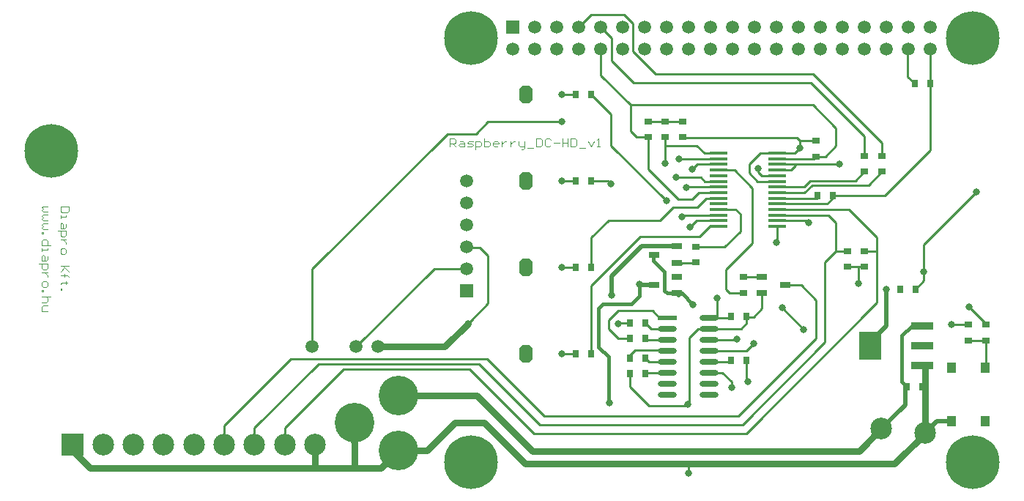
<source format=gtl>
%FSTAX24Y24*%
%MOIN*%
G70*
G01*
G75*
G04 Layer_Physical_Order=1*
G04 Layer_Color=255*
%ADD10R,0.1004X0.0374*%
%ADD11R,0.1004X0.1299*%
%ADD12R,0.0433X0.0453*%
%ADD13R,0.0472X0.0256*%
%ADD14R,0.0374X0.0315*%
%ADD15R,0.0315X0.0374*%
%ADD16R,0.0807X0.0157*%
%ADD17O,0.0866X0.0236*%
%ADD18R,0.0866X0.0236*%
%ADD19C,0.0200*%
%ADD20C,0.0150*%
%ADD21C,0.0100*%
%ADD22C,0.0300*%
%ADD23C,0.0039*%
%ADD24C,0.0591*%
%ADD25C,0.0984*%
%ADD26R,0.0984X0.0984*%
%ADD27C,0.1800*%
%ADD28R,0.0591X0.0591*%
%ADD29R,0.0591X0.0591*%
G04:AMPARAMS|DCode=30|XSize=78.7mil|YSize=60mil|CornerRadius=0mil|HoleSize=0mil|Usage=FLASHONLY|Rotation=270.000|XOffset=0mil|YOffset=0mil|HoleType=Round|Shape=Octagon|*
%AMOCTAGOND30*
4,1,8,-0.0150,-0.0394,0.0150,-0.0394,0.0300,-0.0244,0.0300,0.0244,0.0150,0.0394,-0.0150,0.0394,-0.0300,0.0244,-0.0300,-0.0244,-0.0150,-0.0394,0.0*
%
%ADD30OCTAGOND30*%

%ADD31C,0.0320*%
%ADD32C,0.2441*%
D10*
X096409Y072184D02*
D03*
Y07309D02*
D03*
Y073996D02*
D03*
D11*
X094067Y07309D02*
D03*
D12*
X099283Y072077D02*
D03*
Y069656D02*
D03*
X097748Y072077D02*
D03*
Y069656D02*
D03*
D13*
X09018Y075849D02*
D03*
X089135Y076223D02*
D03*
Y075475D02*
D03*
X084214Y077227D02*
D03*
X085259Y076853D02*
D03*
Y077601D02*
D03*
X084214Y075849D02*
D03*
X085259Y075475D02*
D03*
Y076223D02*
D03*
D14*
X094579Y081006D02*
D03*
Y081715D02*
D03*
X093791Y081006D02*
D03*
Y081715D02*
D03*
X085524Y08329D02*
D03*
Y082581D02*
D03*
X084736Y08329D02*
D03*
Y082581D02*
D03*
X083949Y08329D02*
D03*
Y082581D02*
D03*
X0916Y082402D02*
D03*
Y081693D02*
D03*
X099303Y074038D02*
D03*
Y073329D02*
D03*
X098516Y074038D02*
D03*
Y073329D02*
D03*
X086114Y076872D02*
D03*
Y077581D02*
D03*
X093791Y077384D02*
D03*
Y076676D02*
D03*
X093004Y077384D02*
D03*
Y076676D02*
D03*
X08828Y076203D02*
D03*
Y075494D02*
D03*
D15*
X083124Y074111D02*
D03*
X083832D02*
D03*
X083124Y071811D02*
D03*
X083832D02*
D03*
X08135Y072699D02*
D03*
X080642D02*
D03*
X08135Y076636D02*
D03*
X080642D02*
D03*
X08135Y080573D02*
D03*
X080642D02*
D03*
X08135Y08451D02*
D03*
X080642D02*
D03*
X092354Y079927D02*
D03*
X091646D02*
D03*
X095406Y075652D02*
D03*
X096114D02*
D03*
X095724Y07121D02*
D03*
X096432D02*
D03*
X088432Y074411D02*
D03*
X087724D02*
D03*
X083124Y073411D02*
D03*
X083832D02*
D03*
Y072511D02*
D03*
X083124D02*
D03*
X088432Y072411D02*
D03*
X087724D02*
D03*
X096074Y085D02*
D03*
X096782D02*
D03*
D16*
X089815Y078516D02*
D03*
Y078772D02*
D03*
Y079028D02*
D03*
Y079284D02*
D03*
Y07954D02*
D03*
Y079796D02*
D03*
Y080052D02*
D03*
Y080307D02*
D03*
Y080563D02*
D03*
Y080819D02*
D03*
Y081075D02*
D03*
Y081331D02*
D03*
Y081587D02*
D03*
Y081843D02*
D03*
X087138Y078516D02*
D03*
Y078772D02*
D03*
Y079028D02*
D03*
Y079284D02*
D03*
Y07954D02*
D03*
Y079796D02*
D03*
Y080052D02*
D03*
Y080307D02*
D03*
Y080563D02*
D03*
Y080819D02*
D03*
Y081075D02*
D03*
Y081331D02*
D03*
Y081587D02*
D03*
Y081843D02*
D03*
D17*
X084833Y070861D02*
D03*
X086723Y074361D02*
D03*
Y070861D02*
D03*
Y071361D02*
D03*
Y071861D02*
D03*
Y072361D02*
D03*
Y072861D02*
D03*
Y073361D02*
D03*
Y073861D02*
D03*
X084833Y071361D02*
D03*
Y071861D02*
D03*
Y072361D02*
D03*
Y072861D02*
D03*
Y073361D02*
D03*
Y073861D02*
D03*
D18*
Y074361D02*
D03*
D19*
X0948Y073992D02*
Y075652D01*
X094067Y073259D02*
X0948Y073992D01*
X095658Y070389D02*
Y071276D01*
X094569Y069301D02*
X095658Y070389D01*
X096547Y069113D02*
X097089Y069656D01*
X096538Y069104D02*
X096547Y069113D01*
X097089Y069656D02*
X097748D01*
X08356Y075897D02*
X083608Y075849D01*
X084214D01*
X083654Y077601D02*
X085259D01*
X0823Y076247D02*
X083654Y077601D01*
X0823Y075427D02*
Y076247D01*
D20*
X095483Y07145D02*
X095658Y071276D01*
X095483Y07145D02*
Y073536D01*
X095943Y073996D01*
X096409D01*
X08214Y07051D02*
Y072577D01*
X0817Y073017D02*
X08214Y072577D01*
X084822Y075475D02*
X085259D01*
X0847Y075597D02*
X084822Y075475D01*
X0842Y076947D02*
Y077213D01*
X084214Y077227D01*
X085259Y075475D02*
X085336Y075397D01*
X0847Y075597D02*
Y076447D01*
X0842Y076947D02*
X0847Y076447D01*
X08356Y075357D02*
Y075897D01*
X0832Y074997D02*
X08356Y075357D01*
X0819Y074997D02*
X0832D01*
X0817Y074797D02*
X0819Y074997D01*
X0817Y073017D02*
Y074797D01*
X085259Y075475D02*
X085472D01*
X086Y074947D01*
D21*
X094067Y07309D02*
Y073259D01*
X087098Y074361D02*
Y075258D01*
X0965Y076038D02*
Y076447D01*
X096114Y075652D02*
X0965Y076038D01*
X070078Y07201D02*
X075828D01*
X067413Y069345D02*
X070078Y07201D01*
X067413Y068565D02*
Y069345D01*
X068938Y07224D02*
X076258D01*
X066035Y069337D02*
X068938Y07224D01*
X066035Y068565D02*
Y069337D01*
X067678Y07247D02*
X076618D01*
X064657Y06945D02*
X067678Y07247D01*
X064657Y068565D02*
Y06945D01*
X092Y073232D02*
Y076897D01*
X088256Y069488D02*
X092Y073232D01*
X07901Y069488D02*
X088256D01*
X078743Y069094D02*
X088412D01*
X0916Y073422D02*
Y07516D01*
X08806Y069882D02*
X0916Y073422D01*
X079206Y069882D02*
X08806D01*
X074228Y076591D02*
X075681D01*
X070669Y073032D02*
X074228Y076591D01*
X085818Y073459D02*
X08622Y073861D01*
X085818Y07047D02*
Y073459D01*
X085748Y0704D02*
X085818Y07047D01*
X085628Y07036D02*
X085668Y0704D01*
X085748D01*
X083987Y07036D02*
X085628D01*
X083124Y071224D02*
X083987Y07036D01*
X096795Y081993D02*
Y086569D01*
X08229Y075337D02*
Y075417D01*
X085788Y06769D02*
X085798Y0677D01*
X085788Y06727D02*
Y06769D01*
X075828Y07201D02*
X078743Y069094D01*
X076258Y07224D02*
X07901Y069488D01*
X076618Y07247D02*
X079206Y069882D01*
X090051Y074803D02*
X091035Y073819D01*
X076665Y075D02*
Y077165D01*
X075878Y074213D02*
X076665Y075D01*
X075878Y074213D02*
X075878D01*
X075743Y074077D02*
X075878Y074213D01*
X068669Y073032D02*
Y076566D01*
X074819Y082716D01*
X076113D01*
X076665Y083268D01*
X080012D01*
X076272Y077559D02*
X076665Y077165D01*
X075713Y077559D02*
X076272D01*
X075681Y077591D02*
X075713Y077559D01*
X09018Y075849D02*
X090911D01*
X0916Y07516D01*
X0925Y077397D02*
X092513Y077384D01*
X093004D01*
X092139Y079028D02*
X0925Y078667D01*
Y077397D02*
Y078667D01*
X092Y076897D02*
X0925Y077397D01*
X089815Y079028D02*
X092139D01*
X09435Y077397D02*
Y078017D01*
X093083Y079284D02*
X09435Y078017D01*
X094337Y077384D02*
X09435Y077397D01*
X093791Y077384D02*
X094337D01*
X09435Y075032D02*
Y077397D01*
X088412Y069094D02*
X09435Y075032D01*
X089815Y079284D02*
X093083D01*
X09576Y085314D02*
Y086614D01*
Y085314D02*
X096074Y085D01*
X080012Y08451D02*
X080642D01*
X080012Y080573D02*
X080642D01*
X080642Y080573D01*
X080012Y076636D02*
X080642D01*
X080642Y076636D01*
X080012Y072699D02*
X080642D01*
X084798Y072896D02*
X084833Y072861D01*
X083358Y072896D02*
X084798D01*
X083124Y072661D02*
X083358Y072896D01*
X083124Y072511D02*
Y072661D01*
X083982Y072361D02*
X084833D01*
X083832Y072511D02*
X083982Y072361D01*
X083882Y071861D02*
X084833D01*
X083832Y071811D02*
X083882Y071861D01*
Y073361D02*
X084833D01*
X083832Y073411D02*
X083882Y073361D01*
X084082Y073861D02*
X084833D01*
X083832Y074111D02*
X084082Y073861D01*
X082605Y074111D02*
X083124D01*
X082571Y074077D02*
X082605Y074111D01*
X084146Y074668D02*
X084452Y074361D01*
X084833D01*
X087674D02*
X087724Y074411D01*
X088432Y074121D02*
Y074411D01*
X086723Y073861D02*
X088172D01*
X088432Y074121D01*
X086723Y072361D02*
X087674D01*
X087724Y072411D01*
X086723Y072861D02*
X088414D01*
X08875Y073197D01*
X086723Y073361D02*
X087964D01*
X088Y073397D01*
X085581Y079028D02*
X087138D01*
X0855Y078947D02*
X085581Y079028D01*
X08135Y080573D02*
X082124D01*
X08225Y080447D01*
X089815Y078772D02*
X091175D01*
X09125Y078697D01*
X089815Y079796D02*
X091646D01*
X089046Y081843D02*
X089815D01*
X08473Y081377D02*
X084736Y081383D01*
X086184Y081331D02*
X087138D01*
X08596Y081107D02*
X086184Y081331D01*
X086522Y080563D02*
X087138D01*
X086338Y080747D02*
X086522Y080563D01*
X087336Y071861D02*
X08775Y071447D01*
X086723Y071861D02*
X087336D01*
X08775Y071197D02*
Y071447D01*
X0857Y080307D02*
X087138D01*
X088432Y071515D02*
X0885Y071447D01*
X088432Y071515D02*
Y072411D01*
X089815Y081587D02*
X091494D01*
X0916Y081693D01*
X089815Y080052D02*
X091064D01*
X09141Y080397D01*
X089815Y080307D02*
X091037D01*
X089815Y081331D02*
X092646D01*
X09265Y081327D01*
X08856Y081357D02*
X089046Y081843D01*
X087138Y079284D02*
X087933D01*
X08815Y079067D01*
X0855Y076837D02*
X086096D01*
X085462Y076799D02*
X0855Y076837D01*
X08977Y077767D02*
X089815Y077812D01*
Y078516D01*
X081795Y087569D02*
X0823Y087065D01*
Y086057D02*
Y087065D01*
Y086057D02*
X0833Y085057D01*
X083241Y086494D02*
X084288Y085447D01*
X083241Y086494D02*
Y087754D01*
X082857Y088137D02*
X083241Y087754D01*
X081363Y088137D02*
X082857D01*
X080795Y087569D02*
X081363Y088137D01*
X086769Y078516D02*
X087138D01*
X0863Y078047D02*
X086769Y078516D01*
X086145Y078772D02*
X087138D01*
X08586Y078487D02*
X086145Y078772D01*
X0916Y081693D02*
X092026D01*
X083949Y081118D02*
Y082581D01*
X081795Y085392D02*
Y086569D01*
Y085392D02*
X08314Y084047D01*
X089815Y081843D02*
X090616D01*
X09084Y082067D01*
X086723Y074361D02*
X087098D01*
X087674D01*
X098516Y073329D02*
X099303D01*
Y07201D02*
Y073329D01*
X089815Y081075D02*
X090468D01*
X09066Y081267D01*
X091037Y080307D02*
X091327Y080597D01*
X089815Y07954D02*
X092097D01*
X092354Y079797D01*
X091327Y080597D02*
X093382D01*
X093791Y081006D01*
X09141Y080397D02*
X09397D01*
X094579Y081006D01*
X084288Y085447D02*
X09145D01*
X094579Y082318D01*
Y081715D02*
Y082318D01*
X0833Y085057D02*
X09134D01*
X093791Y082606D01*
Y081715D02*
Y082606D01*
X092026Y081693D02*
X0925Y082167D01*
Y082997D01*
X09145Y084047D02*
X0925Y082997D01*
X08314Y084047D02*
X09145D01*
X09084Y082067D02*
Y082392D01*
X09085Y082402D02*
X0916D01*
X09084Y082392D02*
X09085Y082402D01*
X087138Y081075D02*
X087872D01*
X08895Y080997D02*
Y081147D01*
X08856Y080937D02*
Y081357D01*
Y080937D02*
X088934Y080563D01*
X089815D01*
X08895Y080997D02*
X089128Y080819D01*
X089815D01*
X08565Y082547D02*
X090704D01*
X09085Y082402D01*
X083949Y083297D02*
X085319D01*
X085327Y08329D01*
X085524D01*
X086504Y081843D02*
X087138D01*
X08615Y082197D02*
X086504Y081843D01*
X08475Y082197D02*
X08615D01*
X08536Y081587D02*
X087138D01*
X08535Y081597D02*
X08536Y081587D01*
X085205Y080747D02*
X086338D01*
X087129Y079787D02*
X087138Y079796D01*
X086254Y080052D02*
X087138D01*
X0851Y079397D02*
X0862D01*
X08659Y079787D01*
X087129D01*
X083949Y081118D02*
X08532Y079747D01*
X08595D01*
X086254Y080052D01*
X08473Y081377D02*
Y082575D01*
X084736Y082581D01*
X092354Y079927D02*
X09473D01*
X096795Y081993D01*
X08815Y078297D02*
Y079067D01*
X086114Y077581D02*
X087434D01*
X08815Y078297D01*
X0887Y077747D02*
Y080247D01*
X087872Y081075D02*
X0887Y080247D01*
X0875Y076547D02*
X0887Y077747D01*
X0875Y075647D02*
Y076547D01*
Y075647D02*
X087653Y075494D01*
X08828D01*
X08825Y076203D02*
X08827Y076223D01*
X089135D01*
X08875Y074397D02*
X089135Y074782D01*
X088446Y074397D02*
X08875D01*
X088432Y074411D02*
X088446Y074397D01*
X089135Y074782D02*
Y075475D01*
X0845Y078797D02*
X0851Y079397D01*
X08215Y078797D02*
X0845D01*
X08135Y077998D02*
X08215Y078797D01*
X08135Y076636D02*
Y077998D01*
Y072699D02*
Y075798D01*
X0836Y078047D01*
X0863D01*
X08229Y075417D02*
X0823Y075427D01*
X08232Y075447D01*
X0823Y075377D02*
Y075427D01*
X083416Y082581D02*
X083949D01*
X08314Y082857D02*
X083416Y082581D01*
X08314Y082857D02*
Y084047D01*
X097759Y074038D02*
X098516D01*
X09775Y074047D02*
X097759Y074038D01*
X099303D02*
Y074094D01*
X09855Y074847D02*
X099303Y074094D01*
X0935Y076676D02*
X09351Y076666D01*
Y075927D02*
Y076666D01*
X093004Y076676D02*
X0935D01*
X093791D01*
X08215Y074247D02*
X08257Y074668D01*
X084146D01*
X08215Y073847D02*
Y074247D01*
Y073847D02*
X082586Y073411D01*
X083124D01*
Y071224D02*
Y071811D01*
X0965Y076447D02*
Y077691D01*
X098878Y080069D01*
X08225Y082197D02*
X084778Y079669D01*
X08225Y082197D02*
Y083611D01*
X08135Y08451D02*
X08225Y083611D01*
X08622Y073861D02*
X086723D01*
D22*
X093559Y06829D02*
X094569Y069301D01*
X096547Y069113D02*
Y07213D01*
Y069094D02*
Y069113D01*
X095153Y0677D02*
X096547Y069094D01*
X085798Y0677D02*
X095153D01*
X078348D02*
X085798D01*
X078678Y06829D02*
X093559D01*
X076149Y070819D02*
X078678Y06829D01*
X072597Y070819D02*
X076149D01*
X076478Y06957D02*
X078348Y0677D01*
X075138Y06957D02*
X076478D01*
X073887Y068319D02*
X075138Y06957D01*
X072597Y068319D02*
X073887D01*
X074697Y073032D02*
X075743Y074077D01*
X071669Y073032D02*
X074697D01*
X057768Y068307D02*
Y068565D01*
Y068307D02*
X058555Y06752D01*
X068791D01*
X070563Y06752D02*
X071797D01*
X068791D02*
X070563D01*
X070597Y067553D01*
Y069569D01*
X071797Y06752D02*
X072597Y068319D01*
X068791Y06752D02*
X068791Y06752D01*
X068791Y06752D02*
Y068565D01*
X070563Y069536D02*
X070597Y069569D01*
X070563Y068701D02*
Y069536D01*
D23*
X056607Y07943D02*
X05641D01*
X056344Y079365D01*
X05641Y079299D01*
X056344Y079234D01*
X05641Y079168D01*
X056607D01*
Y079037D02*
X05641D01*
X056344Y078971D01*
X05641Y078906D01*
X056344Y07884D01*
X05641Y078774D01*
X056607D01*
Y078643D02*
X05641D01*
X056344Y078578D01*
X05641Y078512D01*
X056344Y078446D01*
X05641Y078381D01*
X056607D01*
X056344Y07825D02*
X05641D01*
Y078184D01*
X056344D01*
Y07825D01*
X056738Y077659D02*
X056344D01*
Y077856D01*
X05641Y077922D01*
X056541D01*
X056607Y077856D01*
Y077659D01*
X056344Y077528D02*
Y077397D01*
Y077462D01*
X056607D01*
Y077528D01*
Y077134D02*
Y077003D01*
X056541Y076938D01*
X056344D01*
Y077134D01*
X05641Y0772D01*
X056476Y077134D01*
Y076938D01*
X056213Y076806D02*
X056607D01*
Y07661D01*
X056541Y076544D01*
X05641D01*
X056344Y07661D01*
Y076806D01*
X056607Y076413D02*
X056344D01*
X056476D01*
X056541Y076347D01*
X056607Y076282D01*
Y076216D01*
X056344Y075954D02*
Y075823D01*
X05641Y075757D01*
X056541D01*
X056607Y075823D01*
Y075954D01*
X056541Y076019D01*
X05641D01*
X056344Y075954D01*
Y075626D02*
X05641D01*
Y07556D01*
X056344D01*
Y075626D01*
X056738Y075298D02*
X056344D01*
X056541D01*
X056607Y075232D01*
Y075101D01*
X056541Y075035D01*
X056344D01*
X056607Y074904D02*
X05641D01*
X056344Y074839D01*
Y074642D01*
X056607D01*
X057597Y079414D02*
X057204D01*
Y079217D01*
X057269Y079151D01*
X057532D01*
X057597Y079217D01*
Y079414D01*
X057204Y07902D02*
Y078889D01*
Y078955D01*
X057466D01*
Y07902D01*
Y078627D02*
Y078495D01*
X0574Y07843D01*
X057204D01*
Y078627D01*
X057269Y078692D01*
X057335Y078627D01*
Y07843D01*
X057072Y078299D02*
X057466D01*
Y078102D01*
X0574Y078036D01*
X057269D01*
X057204Y078102D01*
Y078299D01*
X057466Y077905D02*
X057204D01*
X057335D01*
X0574Y077839D01*
X057466Y077774D01*
Y077708D01*
X057204Y077446D02*
Y077315D01*
X057269Y077249D01*
X0574D01*
X057466Y077315D01*
Y077446D01*
X0574Y077512D01*
X057269D01*
X057204Y077446D01*
X057597Y076724D02*
X057204D01*
X057335D01*
X057597Y076462D01*
X0574Y076659D01*
X057204Y076462D01*
Y076265D02*
X057532D01*
X0574D01*
Y076331D01*
Y0762D01*
Y076265D01*
X057532D01*
X057597Y0762D01*
X057532Y075937D02*
X057466D01*
Y076003D01*
Y075872D01*
Y075937D01*
X057269D01*
X057204Y075872D01*
Y075675D02*
X057269D01*
Y075609D01*
X057204D01*
Y075675D01*
X07492Y082133D02*
Y082526D01*
X075117D01*
X075182Y082461D01*
Y082329D01*
X075117Y082264D01*
X07492D01*
X075051D02*
X075182Y082133D01*
X075379Y082395D02*
X07551D01*
X075576Y082329D01*
Y082133D01*
X075379D01*
X075314Y082198D01*
X075379Y082264D01*
X075576D01*
X075707Y082133D02*
X075904D01*
X07597Y082198D01*
X075904Y082264D01*
X075773D01*
X075707Y082329D01*
X075773Y082395D01*
X07597D01*
X076101Y082001D02*
Y082395D01*
X076298D01*
X076363Y082329D01*
Y082198D01*
X076298Y082133D01*
X076101D01*
X076494Y082526D02*
Y082133D01*
X076691D01*
X076757Y082198D01*
Y082264D01*
Y082329D01*
X076691Y082395D01*
X076494D01*
X077085Y082133D02*
X076954D01*
X076888Y082198D01*
Y082329D01*
X076954Y082395D01*
X077085D01*
X07715Y082329D01*
Y082264D01*
X076888D01*
X077282Y082395D02*
Y082133D01*
Y082264D01*
X077347Y082329D01*
X077413Y082395D01*
X077478D01*
X077675D02*
Y082133D01*
Y082264D01*
X077741Y082329D01*
X077806Y082395D01*
X077872D01*
X078069D02*
Y082198D01*
X078134Y082133D01*
X078331D01*
Y082067D01*
X078265Y082001D01*
X0782D01*
X078331Y082133D02*
Y082395D01*
X078462Y082067D02*
X078725D01*
X078856Y082526D02*
Y082133D01*
X079053D01*
X079118Y082198D01*
Y082461D01*
X079053Y082526D01*
X078856D01*
X079512Y082461D02*
X079446Y082526D01*
X079315D01*
X079249Y082461D01*
Y082198D01*
X079315Y082133D01*
X079446D01*
X079512Y082198D01*
X079643Y082329D02*
X079905D01*
X080037Y082526D02*
Y082133D01*
Y082329D01*
X080299D01*
Y082526D01*
Y082133D01*
X08043Y082526D02*
Y082133D01*
X080627D01*
X080693Y082198D01*
Y082461D01*
X080627Y082526D01*
X08043D01*
X080824Y082067D02*
X081086D01*
X081217Y082395D02*
X081348Y082133D01*
X08148Y082395D01*
X081611Y082133D02*
X081742D01*
X081676D01*
Y082526D01*
X081611Y082461D01*
D24*
X071669Y073032D02*
D03*
X070669D02*
D03*
X068669D02*
D03*
X077795Y086569D02*
D03*
X078795Y087569D02*
D03*
Y086569D02*
D03*
X079795Y087569D02*
D03*
Y086569D02*
D03*
X080795Y087569D02*
D03*
Y086569D02*
D03*
X081795Y087569D02*
D03*
Y086569D02*
D03*
X082795Y087569D02*
D03*
Y086569D02*
D03*
X083795Y087569D02*
D03*
Y086569D02*
D03*
X084795Y087569D02*
D03*
Y086569D02*
D03*
X085795Y087569D02*
D03*
Y086569D02*
D03*
X086795Y087569D02*
D03*
Y086569D02*
D03*
X087795Y087569D02*
D03*
Y086569D02*
D03*
X088795Y087569D02*
D03*
Y086569D02*
D03*
X089795Y087569D02*
D03*
Y086569D02*
D03*
X090795Y087569D02*
D03*
Y086569D02*
D03*
X091795Y087569D02*
D03*
Y086569D02*
D03*
X092795Y087569D02*
D03*
Y086569D02*
D03*
X093795Y087569D02*
D03*
Y086569D02*
D03*
X094795Y087569D02*
D03*
Y086569D02*
D03*
X095795Y087569D02*
D03*
Y086569D02*
D03*
X096795Y087569D02*
D03*
Y086569D02*
D03*
X075681Y080591D02*
D03*
Y079591D02*
D03*
Y078591D02*
D03*
Y077591D02*
D03*
Y076591D02*
D03*
D25*
X059146Y068565D02*
D03*
X061902D02*
D03*
X064657D02*
D03*
X066035D02*
D03*
X060524D02*
D03*
X067413D02*
D03*
X06328D02*
D03*
X068791D02*
D03*
X094569Y069301D02*
D03*
X096538Y069104D02*
D03*
D26*
X057768Y068565D02*
D03*
D27*
X072597Y070819D02*
D03*
Y068319D02*
D03*
X070597Y069569D02*
D03*
D28*
X077795Y087569D02*
D03*
D29*
X075681Y075591D02*
D03*
D30*
X078378Y072699D02*
D03*
X078378Y076636D02*
D03*
X078378Y080573D02*
D03*
Y08451D02*
D03*
D31*
X085748Y0704D02*
D03*
X085788Y06727D02*
D03*
X091035Y073819D02*
D03*
X075743Y074077D02*
D03*
X080012Y083268D02*
D03*
X090051Y074803D02*
D03*
X082177Y070472D02*
D03*
X080012Y072699D02*
D03*
X080012Y076636D02*
D03*
Y080573D02*
D03*
X080012Y08451D02*
D03*
X082571Y074077D02*
D03*
X08875Y073197D02*
D03*
X088Y073397D02*
D03*
X0965Y076447D02*
D03*
X0855Y078947D02*
D03*
X08225Y080447D02*
D03*
X09125Y078697D02*
D03*
X08473Y081377D02*
D03*
X08596Y081107D02*
D03*
X08775Y071197D02*
D03*
X0885Y071447D02*
D03*
X084778Y079669D02*
D03*
X086Y074947D02*
D03*
X08356Y075897D02*
D03*
X08977Y077767D02*
D03*
X087098Y075258D02*
D03*
X0948Y075647D02*
D03*
X09351Y075927D02*
D03*
X092646Y081331D02*
D03*
X09855Y074847D02*
D03*
X08586Y078487D02*
D03*
X09084Y082067D02*
D03*
X0823Y075377D02*
D03*
X08895Y081147D02*
D03*
X08535Y081597D02*
D03*
X085205Y080747D02*
D03*
X0857Y080297D02*
D03*
X09775Y074047D02*
D03*
X098878Y080069D02*
D03*
D32*
X056783Y081951D02*
D03*
X075878Y087069D02*
D03*
X098713Y067778D02*
D03*
X075878D02*
D03*
X098713Y087069D02*
D03*
M02*

</source>
